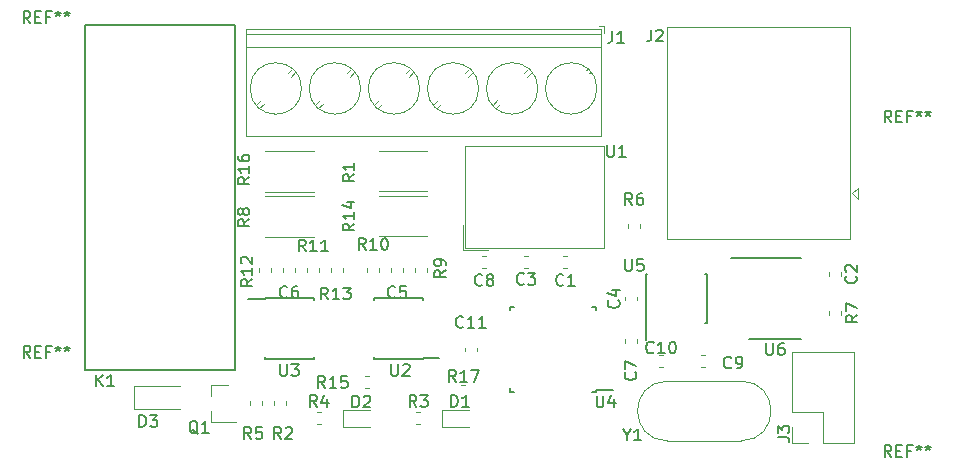
<source format=gbr>
G04 #@! TF.GenerationSoftware,KiCad,Pcbnew,(5.0.0)*
G04 #@! TF.CreationDate,2018-10-13T15:52:45-04:00*
G04 #@! TF.ProjectId,GLVColoumbCounterTest,474C56436F6C6F756D62436F756E7465,rev?*
G04 #@! TF.SameCoordinates,Original*
G04 #@! TF.FileFunction,Legend,Top*
G04 #@! TF.FilePolarity,Positive*
%FSLAX46Y46*%
G04 Gerber Fmt 4.6, Leading zero omitted, Abs format (unit mm)*
G04 Created by KiCad (PCBNEW (5.0.0)) date 10/13/18 15:52:45*
%MOMM*%
%LPD*%
G01*
G04 APERTURE LIST*
%ADD10C,0.150000*%
%ADD11C,0.120000*%
G04 APERTURE END LIST*
D10*
G04 #@! TO.C,K1*
X112522000Y-73406000D02*
X99822000Y-73406000D01*
X112522000Y-44196000D02*
X112522000Y-73406000D01*
X99822000Y-44196000D02*
X112522000Y-44196000D01*
X99822000Y-73406000D02*
X99822000Y-44196000D01*
G04 #@! TO.C,U4*
X143071000Y-75253000D02*
X143071000Y-75028000D01*
X135821000Y-75253000D02*
X135821000Y-74928000D01*
X135821000Y-68003000D02*
X135821000Y-68328000D01*
X143071000Y-68003000D02*
X143071000Y-68328000D01*
X143071000Y-75253000D02*
X142746000Y-75253000D01*
X143071000Y-68003000D02*
X142746000Y-68003000D01*
X135821000Y-68003000D02*
X136146000Y-68003000D01*
X135821000Y-75253000D02*
X136146000Y-75253000D01*
X143071000Y-75028000D02*
X144496000Y-75028000D01*
D11*
G04 #@! TO.C,J2*
X165290000Y-57920000D02*
X164790000Y-58420000D01*
X165290000Y-58920000D02*
X165290000Y-57920000D01*
X164790000Y-58420000D02*
X165290000Y-58920000D01*
X164605000Y-44340000D02*
X149085000Y-44340000D01*
X149085000Y-62300000D02*
X149085000Y-44340000D01*
X149085000Y-62300000D02*
X164605000Y-62300000D01*
X164605000Y-62300000D02*
X164605000Y-44340000D01*
G04 #@! TO.C,C1*
X140324721Y-63752000D02*
X140650279Y-63752000D01*
X140324721Y-64772000D02*
X140650279Y-64772000D01*
G04 #@! TO.C,C2*
X163832000Y-65415279D02*
X163832000Y-65089721D01*
X162812000Y-65415279D02*
X162812000Y-65089721D01*
G04 #@! TO.C,C3*
X137297279Y-63752000D02*
X136971721Y-63752000D01*
X137297279Y-64772000D02*
X136971721Y-64772000D01*
G04 #@! TO.C,C4*
X145540000Y-67472779D02*
X145540000Y-67147221D01*
X146560000Y-67472779D02*
X146560000Y-67147221D01*
G04 #@! TO.C,C5*
X125728000Y-64708721D02*
X125728000Y-65034279D01*
X126748000Y-64708721D02*
X126748000Y-65034279D01*
G04 #@! TO.C,C6*
X117604000Y-64708721D02*
X117604000Y-65034279D01*
X116584000Y-64708721D02*
X116584000Y-65034279D01*
G04 #@! TO.C,C7*
X146560000Y-70728721D02*
X146560000Y-71054279D01*
X145540000Y-70728721D02*
X145540000Y-71054279D01*
G04 #@! TO.C,D1*
X130061500Y-78205000D02*
X132346500Y-78205000D01*
X130061500Y-76735000D02*
X130061500Y-78205000D01*
X132346500Y-76735000D02*
X130061500Y-76735000D01*
G04 #@! TO.C,D2*
X123964500Y-76735000D02*
X121679500Y-76735000D01*
X121679500Y-76735000D02*
X121679500Y-78205000D01*
X121679500Y-78205000D02*
X123964500Y-78205000D01*
G04 #@! TO.C,J1*
X143150000Y-49530000D02*
G75*
G03X143150000Y-49530000I-2180000J0D01*
G01*
X138150000Y-49530000D02*
G75*
G03X138150000Y-49530000I-2180000J0D01*
G01*
X133150000Y-49530000D02*
G75*
G03X133150000Y-49530000I-2180000J0D01*
G01*
X128150000Y-49530000D02*
G75*
G03X128150000Y-49530000I-2180000J0D01*
G01*
X123150000Y-49530000D02*
G75*
G03X123150000Y-49530000I-2180000J0D01*
G01*
X118150000Y-49530000D02*
G75*
G03X118150000Y-49530000I-2180000J0D01*
G01*
X143530000Y-44930000D02*
X113410000Y-44930000D01*
X143530000Y-46030000D02*
X113410000Y-46030000D01*
X143530000Y-53590000D02*
X113410000Y-53590000D01*
X143530000Y-44470000D02*
X113410000Y-44470000D01*
X143530000Y-53590000D02*
X143530000Y-44470000D01*
X113410000Y-53590000D02*
X113410000Y-44470000D01*
X139316000Y-50918000D02*
X139423000Y-50811000D01*
X142252000Y-47983000D02*
X142358000Y-47876000D01*
X139582000Y-51184000D02*
X139689000Y-51077000D01*
X142518000Y-48249000D02*
X142624000Y-48142000D01*
X134316000Y-50918000D02*
X134711000Y-50522000D01*
X136977000Y-48256000D02*
X137357000Y-47876000D01*
X134582000Y-51184000D02*
X134962000Y-50804000D01*
X137228000Y-48538000D02*
X137623000Y-48142000D01*
X129316000Y-50918000D02*
X129711000Y-50522000D01*
X131977000Y-48256000D02*
X132357000Y-47876000D01*
X129582000Y-51184000D02*
X129962000Y-50804000D01*
X132228000Y-48538000D02*
X132623000Y-48142000D01*
X124316000Y-50918000D02*
X124711000Y-50522000D01*
X126977000Y-48256000D02*
X127357000Y-47876000D01*
X124582000Y-51184000D02*
X124962000Y-50804000D01*
X127228000Y-48538000D02*
X127623000Y-48142000D01*
X119316000Y-50918000D02*
X119711000Y-50522000D01*
X121977000Y-48256000D02*
X122357000Y-47876000D01*
X119582000Y-51184000D02*
X119962000Y-50804000D01*
X122228000Y-48538000D02*
X122623000Y-48142000D01*
X114316000Y-50918000D02*
X114711000Y-50522000D01*
X116977000Y-48256000D02*
X117357000Y-47876000D01*
X114582000Y-51184000D02*
X114962000Y-50804000D01*
X117228000Y-48538000D02*
X117623000Y-48142000D01*
X143770000Y-44870000D02*
X143770000Y-44230000D01*
X143770000Y-44230000D02*
X143370000Y-44230000D01*
G04 #@! TO.C,Q1*
X110476000Y-74620000D02*
X110476000Y-75550000D01*
X110476000Y-77780000D02*
X110476000Y-76850000D01*
X110476000Y-77780000D02*
X112636000Y-77780000D01*
X110476000Y-74620000D02*
X111936000Y-74620000D01*
G04 #@! TO.C,R2*
X115822000Y-76011721D02*
X115822000Y-76337279D01*
X116842000Y-76011721D02*
X116842000Y-76337279D01*
G04 #@! TO.C,R3*
X127878721Y-77980000D02*
X128204279Y-77980000D01*
X127878721Y-76960000D02*
X128204279Y-76960000D01*
G04 #@! TO.C,R4*
X119445721Y-76960000D02*
X119771279Y-76960000D01*
X119445721Y-77980000D02*
X119771279Y-77980000D01*
G04 #@! TO.C,R5*
X113790000Y-76337279D02*
X113790000Y-76011721D01*
X114810000Y-76337279D02*
X114810000Y-76011721D01*
G04 #@! TO.C,R6*
X146814000Y-61351279D02*
X146814000Y-61025721D01*
X145794000Y-61351279D02*
X145794000Y-61025721D01*
G04 #@! TO.C,R7*
X163832000Y-68391721D02*
X163832000Y-68717279D01*
X162812000Y-68391721D02*
X162812000Y-68717279D01*
G04 #@! TO.C,R9*
X128780000Y-65034279D02*
X128780000Y-64708721D01*
X127760000Y-65034279D02*
X127760000Y-64708721D01*
G04 #@! TO.C,R10*
X123696000Y-65034279D02*
X123696000Y-64708721D01*
X124716000Y-65034279D02*
X124716000Y-64708721D01*
G04 #@! TO.C,R11*
X118616000Y-65034279D02*
X118616000Y-64708721D01*
X119636000Y-65034279D02*
X119636000Y-64708721D01*
G04 #@! TO.C,R12*
X115572000Y-65034279D02*
X115572000Y-64708721D01*
X114552000Y-65034279D02*
X114552000Y-64708721D01*
G04 #@! TO.C,R13*
X120648000Y-64759721D02*
X120648000Y-65085279D01*
X121668000Y-64759721D02*
X121668000Y-65085279D01*
G04 #@! TO.C,R15*
X123560721Y-73912000D02*
X123886279Y-73912000D01*
X123560721Y-74932000D02*
X123886279Y-74932000D01*
G04 #@! TO.C,R17*
X131688721Y-74674000D02*
X132014279Y-74674000D01*
X131688721Y-75694000D02*
X132014279Y-75694000D01*
G04 #@! TO.C,U1*
X131795000Y-61060000D02*
X131795000Y-63210000D01*
X131795000Y-63210000D02*
X133945000Y-63210000D01*
X131945000Y-54360000D02*
X131945000Y-63060000D01*
X131945000Y-63060000D02*
X143745000Y-63060000D01*
X143745000Y-63060000D02*
X143745000Y-54360000D01*
X143745000Y-54360000D02*
X131945000Y-54360000D01*
D10*
G04 #@! TO.C,U2*
X128407000Y-72375000D02*
X129807000Y-72375000D01*
X128407000Y-67275000D02*
X124257000Y-67275000D01*
X128407000Y-72425000D02*
X124257000Y-72425000D01*
X128407000Y-67275000D02*
X128407000Y-67420000D01*
X124257000Y-67275000D02*
X124257000Y-67420000D01*
X124257000Y-72425000D02*
X124257000Y-72280000D01*
X128407000Y-72425000D02*
X128407000Y-72375000D01*
G04 #@! TO.C,U3*
X115019000Y-67275000D02*
X115019000Y-67325000D01*
X119169000Y-67275000D02*
X119169000Y-67420000D01*
X119169000Y-72425000D02*
X119169000Y-72280000D01*
X115019000Y-72425000D02*
X115019000Y-72280000D01*
X115019000Y-67275000D02*
X119169000Y-67275000D01*
X115019000Y-72425000D02*
X119169000Y-72425000D01*
X115019000Y-67325000D02*
X113619000Y-67325000D01*
G04 #@! TO.C,U5*
X147285000Y-69385000D02*
X147335000Y-69385000D01*
X147285000Y-65235000D02*
X147430000Y-65235000D01*
X152435000Y-65235000D02*
X152290000Y-65235000D01*
X152435000Y-69385000D02*
X152290000Y-69385000D01*
X147285000Y-69385000D02*
X147285000Y-65235000D01*
X152435000Y-69385000D02*
X152435000Y-65235000D01*
X147335000Y-69385000D02*
X147335000Y-70785000D01*
G04 #@! TO.C,U6*
X156017000Y-70760000D02*
X160467000Y-70760000D01*
X154492000Y-63860000D02*
X160467000Y-63860000D01*
D11*
G04 #@! TO.C,C8*
X133441221Y-64772000D02*
X133766779Y-64772000D01*
X133441221Y-63752000D02*
X133766779Y-63752000D01*
G04 #@! TO.C,C9*
X152334279Y-73154000D02*
X152008721Y-73154000D01*
X152334279Y-72134000D02*
X152008721Y-72134000D01*
G04 #@! TO.C,C10*
X148778279Y-72134000D02*
X148452721Y-72134000D01*
X148778279Y-73154000D02*
X148452721Y-73154000D01*
G04 #@! TO.C,C11*
X132971000Y-71465221D02*
X132971000Y-71790779D01*
X131951000Y-71465221D02*
X131951000Y-71790779D01*
G04 #@! TO.C,R1*
X124672936Y-58225000D02*
X128777064Y-58225000D01*
X124672936Y-54805000D02*
X128777064Y-54805000D01*
G04 #@! TO.C,R8*
X115080686Y-62072564D02*
X119184814Y-62072564D01*
X115080686Y-58652564D02*
X119184814Y-58652564D01*
G04 #@! TO.C,R14*
X124672936Y-58615000D02*
X128777064Y-58615000D01*
X124672936Y-62035000D02*
X128777064Y-62035000D01*
G04 #@! TO.C,R16*
X115080686Y-54842564D02*
X119184814Y-54842564D01*
X115080686Y-58262564D02*
X119184814Y-58262564D01*
G04 #@! TO.C,J3*
X164906000Y-79562000D02*
X162306000Y-79562000D01*
X164906000Y-79562000D02*
X164906000Y-71822000D01*
X164906000Y-71822000D02*
X159706000Y-71822000D01*
X159706000Y-76962000D02*
X159706000Y-71822000D01*
X162306000Y-76962000D02*
X159706000Y-76962000D01*
X162306000Y-79562000D02*
X162306000Y-76962000D01*
X159706000Y-79562000D02*
X159706000Y-78232000D01*
X161036000Y-79562000D02*
X159706000Y-79562000D01*
G04 #@! TO.C,D3*
X103922000Y-74692000D02*
X103922000Y-76692000D01*
X103922000Y-76692000D02*
X107822000Y-76692000D01*
X103922000Y-74692000D02*
X107822000Y-74692000D01*
G04 #@! TO.C,Y1*
X155371000Y-79360000D02*
X149121000Y-79360000D01*
X155371000Y-74310000D02*
X149121000Y-74310000D01*
X155371000Y-74310000D02*
G75*
G02X155371000Y-79360000I0J-2525000D01*
G01*
X149121000Y-74310000D02*
G75*
G03X149121000Y-79360000I0J-2525000D01*
G01*
G04 #@! TO.C,REF\002A\002A*
D10*
X168084666Y-52404380D02*
X167751333Y-51928190D01*
X167513238Y-52404380D02*
X167513238Y-51404380D01*
X167894190Y-51404380D01*
X167989428Y-51452000D01*
X168037047Y-51499619D01*
X168084666Y-51594857D01*
X168084666Y-51737714D01*
X168037047Y-51832952D01*
X167989428Y-51880571D01*
X167894190Y-51928190D01*
X167513238Y-51928190D01*
X168513238Y-51880571D02*
X168846571Y-51880571D01*
X168989428Y-52404380D02*
X168513238Y-52404380D01*
X168513238Y-51404380D01*
X168989428Y-51404380D01*
X169751333Y-51880571D02*
X169418000Y-51880571D01*
X169418000Y-52404380D02*
X169418000Y-51404380D01*
X169894190Y-51404380D01*
X170418000Y-51404380D02*
X170418000Y-51642476D01*
X170179904Y-51547238D02*
X170418000Y-51642476D01*
X170656095Y-51547238D01*
X170275142Y-51832952D02*
X170418000Y-51642476D01*
X170560857Y-51832952D01*
X171179904Y-51404380D02*
X171179904Y-51642476D01*
X170941809Y-51547238D02*
X171179904Y-51642476D01*
X171418000Y-51547238D01*
X171037047Y-51832952D02*
X171179904Y-51642476D01*
X171322761Y-51832952D01*
X168084666Y-80725380D02*
X167751333Y-80249190D01*
X167513238Y-80725380D02*
X167513238Y-79725380D01*
X167894190Y-79725380D01*
X167989428Y-79773000D01*
X168037047Y-79820619D01*
X168084666Y-79915857D01*
X168084666Y-80058714D01*
X168037047Y-80153952D01*
X167989428Y-80201571D01*
X167894190Y-80249190D01*
X167513238Y-80249190D01*
X168513238Y-80201571D02*
X168846571Y-80201571D01*
X168989428Y-80725380D02*
X168513238Y-80725380D01*
X168513238Y-79725380D01*
X168989428Y-79725380D01*
X169751333Y-80201571D02*
X169418000Y-80201571D01*
X169418000Y-80725380D02*
X169418000Y-79725380D01*
X169894190Y-79725380D01*
X170418000Y-79725380D02*
X170418000Y-79963476D01*
X170179904Y-79868238D02*
X170418000Y-79963476D01*
X170656095Y-79868238D01*
X170275142Y-80153952D02*
X170418000Y-79963476D01*
X170560857Y-80153952D01*
X171179904Y-79725380D02*
X171179904Y-79963476D01*
X170941809Y-79868238D02*
X171179904Y-79963476D01*
X171418000Y-79868238D01*
X171037047Y-80153952D02*
X171179904Y-79963476D01*
X171322761Y-80153952D01*
X95186666Y-44004380D02*
X94853333Y-43528190D01*
X94615238Y-44004380D02*
X94615238Y-43004380D01*
X94996190Y-43004380D01*
X95091428Y-43052000D01*
X95139047Y-43099619D01*
X95186666Y-43194857D01*
X95186666Y-43337714D01*
X95139047Y-43432952D01*
X95091428Y-43480571D01*
X94996190Y-43528190D01*
X94615238Y-43528190D01*
X95615238Y-43480571D02*
X95948571Y-43480571D01*
X96091428Y-44004380D02*
X95615238Y-44004380D01*
X95615238Y-43004380D01*
X96091428Y-43004380D01*
X96853333Y-43480571D02*
X96520000Y-43480571D01*
X96520000Y-44004380D02*
X96520000Y-43004380D01*
X96996190Y-43004380D01*
X97520000Y-43004380D02*
X97520000Y-43242476D01*
X97281904Y-43147238D02*
X97520000Y-43242476D01*
X97758095Y-43147238D01*
X97377142Y-43432952D02*
X97520000Y-43242476D01*
X97662857Y-43432952D01*
X98281904Y-43004380D02*
X98281904Y-43242476D01*
X98043809Y-43147238D02*
X98281904Y-43242476D01*
X98520000Y-43147238D01*
X98139047Y-43432952D02*
X98281904Y-43242476D01*
X98424761Y-43432952D01*
X95186666Y-72325380D02*
X94853333Y-71849190D01*
X94615238Y-72325380D02*
X94615238Y-71325380D01*
X94996190Y-71325380D01*
X95091428Y-71373000D01*
X95139047Y-71420619D01*
X95186666Y-71515857D01*
X95186666Y-71658714D01*
X95139047Y-71753952D01*
X95091428Y-71801571D01*
X94996190Y-71849190D01*
X94615238Y-71849190D01*
X95615238Y-71801571D02*
X95948571Y-71801571D01*
X96091428Y-72325380D02*
X95615238Y-72325380D01*
X95615238Y-71325380D01*
X96091428Y-71325380D01*
X96853333Y-71801571D02*
X96520000Y-71801571D01*
X96520000Y-72325380D02*
X96520000Y-71325380D01*
X96996190Y-71325380D01*
X97520000Y-71325380D02*
X97520000Y-71563476D01*
X97281904Y-71468238D02*
X97520000Y-71563476D01*
X97758095Y-71468238D01*
X97377142Y-71753952D02*
X97520000Y-71563476D01*
X97662857Y-71753952D01*
X98281904Y-71325380D02*
X98281904Y-71563476D01*
X98043809Y-71468238D02*
X98281904Y-71563476D01*
X98520000Y-71468238D01*
X98139047Y-71753952D02*
X98281904Y-71563476D01*
X98424761Y-71753952D01*
G04 #@! TO.C,K1*
X100734904Y-74747380D02*
X100734904Y-73747380D01*
X101306333Y-74747380D02*
X100877761Y-74175952D01*
X101306333Y-73747380D02*
X100734904Y-74318809D01*
X102258714Y-74747380D02*
X101687285Y-74747380D01*
X101973000Y-74747380D02*
X101973000Y-73747380D01*
X101877761Y-73890238D01*
X101782523Y-73985476D01*
X101687285Y-74033095D01*
G04 #@! TO.C,U4*
X143129095Y-75525380D02*
X143129095Y-76334904D01*
X143176714Y-76430142D01*
X143224333Y-76477761D01*
X143319571Y-76525380D01*
X143510047Y-76525380D01*
X143605285Y-76477761D01*
X143652904Y-76430142D01*
X143700523Y-76334904D01*
X143700523Y-75525380D01*
X144605285Y-75858714D02*
X144605285Y-76525380D01*
X144367190Y-75477761D02*
X144129095Y-76192047D01*
X144748142Y-76192047D01*
G04 #@! TO.C,J2*
X147748666Y-44537380D02*
X147748666Y-45251666D01*
X147701047Y-45394523D01*
X147605809Y-45489761D01*
X147462952Y-45537380D01*
X147367714Y-45537380D01*
X148177238Y-44632619D02*
X148224857Y-44585000D01*
X148320095Y-44537380D01*
X148558190Y-44537380D01*
X148653428Y-44585000D01*
X148701047Y-44632619D01*
X148748666Y-44727857D01*
X148748666Y-44823095D01*
X148701047Y-44965952D01*
X148129619Y-45537380D01*
X148748666Y-45537380D01*
G04 #@! TO.C,C1*
X140320833Y-66143142D02*
X140273214Y-66190761D01*
X140130357Y-66238380D01*
X140035119Y-66238380D01*
X139892261Y-66190761D01*
X139797023Y-66095523D01*
X139749404Y-66000285D01*
X139701785Y-65809809D01*
X139701785Y-65666952D01*
X139749404Y-65476476D01*
X139797023Y-65381238D01*
X139892261Y-65286000D01*
X140035119Y-65238380D01*
X140130357Y-65238380D01*
X140273214Y-65286000D01*
X140320833Y-65333619D01*
X141273214Y-66238380D02*
X140701785Y-66238380D01*
X140987500Y-66238380D02*
X140987500Y-65238380D01*
X140892261Y-65381238D01*
X140797023Y-65476476D01*
X140701785Y-65524095D01*
G04 #@! TO.C,C2*
X165076142Y-65419166D02*
X165123761Y-65466785D01*
X165171380Y-65609642D01*
X165171380Y-65704880D01*
X165123761Y-65847738D01*
X165028523Y-65942976D01*
X164933285Y-65990595D01*
X164742809Y-66038214D01*
X164599952Y-66038214D01*
X164409476Y-65990595D01*
X164314238Y-65942976D01*
X164219000Y-65847738D01*
X164171380Y-65704880D01*
X164171380Y-65609642D01*
X164219000Y-65466785D01*
X164266619Y-65419166D01*
X164266619Y-65038214D02*
X164219000Y-64990595D01*
X164171380Y-64895357D01*
X164171380Y-64657261D01*
X164219000Y-64562023D01*
X164266619Y-64514404D01*
X164361857Y-64466785D01*
X164457095Y-64466785D01*
X164599952Y-64514404D01*
X165171380Y-65085833D01*
X165171380Y-64466785D01*
G04 #@! TO.C,C3*
X136967833Y-66049142D02*
X136920214Y-66096761D01*
X136777357Y-66144380D01*
X136682119Y-66144380D01*
X136539261Y-66096761D01*
X136444023Y-66001523D01*
X136396404Y-65906285D01*
X136348785Y-65715809D01*
X136348785Y-65572952D01*
X136396404Y-65382476D01*
X136444023Y-65287238D01*
X136539261Y-65192000D01*
X136682119Y-65144380D01*
X136777357Y-65144380D01*
X136920214Y-65192000D01*
X136967833Y-65239619D01*
X137301166Y-65144380D02*
X137920214Y-65144380D01*
X137586880Y-65525333D01*
X137729738Y-65525333D01*
X137824976Y-65572952D01*
X137872595Y-65620571D01*
X137920214Y-65715809D01*
X137920214Y-65953904D01*
X137872595Y-66049142D01*
X137824976Y-66096761D01*
X137729738Y-66144380D01*
X137444023Y-66144380D01*
X137348785Y-66096761D01*
X137301166Y-66049142D01*
G04 #@! TO.C,C4*
X144977142Y-67476666D02*
X145024761Y-67524285D01*
X145072380Y-67667142D01*
X145072380Y-67762380D01*
X145024761Y-67905238D01*
X144929523Y-68000476D01*
X144834285Y-68048095D01*
X144643809Y-68095714D01*
X144500952Y-68095714D01*
X144310476Y-68048095D01*
X144215238Y-68000476D01*
X144120000Y-67905238D01*
X144072380Y-67762380D01*
X144072380Y-67667142D01*
X144120000Y-67524285D01*
X144167619Y-67476666D01*
X144405714Y-66619523D02*
X145072380Y-66619523D01*
X144024761Y-66857619D02*
X144739047Y-67095714D01*
X144739047Y-66476666D01*
G04 #@! TO.C,C5*
X126071333Y-67159142D02*
X126023714Y-67206761D01*
X125880857Y-67254380D01*
X125785619Y-67254380D01*
X125642761Y-67206761D01*
X125547523Y-67111523D01*
X125499904Y-67016285D01*
X125452285Y-66825809D01*
X125452285Y-66682952D01*
X125499904Y-66492476D01*
X125547523Y-66397238D01*
X125642761Y-66302000D01*
X125785619Y-66254380D01*
X125880857Y-66254380D01*
X126023714Y-66302000D01*
X126071333Y-66349619D01*
X126976095Y-66254380D02*
X126499904Y-66254380D01*
X126452285Y-66730571D01*
X126499904Y-66682952D01*
X126595142Y-66635333D01*
X126833238Y-66635333D01*
X126928476Y-66682952D01*
X126976095Y-66730571D01*
X127023714Y-66825809D01*
X127023714Y-67063904D01*
X126976095Y-67159142D01*
X126928476Y-67206761D01*
X126833238Y-67254380D01*
X126595142Y-67254380D01*
X126499904Y-67206761D01*
X126452285Y-67159142D01*
G04 #@! TO.C,C6*
X116927333Y-67159142D02*
X116879714Y-67206761D01*
X116736857Y-67254380D01*
X116641619Y-67254380D01*
X116498761Y-67206761D01*
X116403523Y-67111523D01*
X116355904Y-67016285D01*
X116308285Y-66825809D01*
X116308285Y-66682952D01*
X116355904Y-66492476D01*
X116403523Y-66397238D01*
X116498761Y-66302000D01*
X116641619Y-66254380D01*
X116736857Y-66254380D01*
X116879714Y-66302000D01*
X116927333Y-66349619D01*
X117784476Y-66254380D02*
X117594000Y-66254380D01*
X117498761Y-66302000D01*
X117451142Y-66349619D01*
X117355904Y-66492476D01*
X117308285Y-66682952D01*
X117308285Y-67063904D01*
X117355904Y-67159142D01*
X117403523Y-67206761D01*
X117498761Y-67254380D01*
X117689238Y-67254380D01*
X117784476Y-67206761D01*
X117832095Y-67159142D01*
X117879714Y-67063904D01*
X117879714Y-66825809D01*
X117832095Y-66730571D01*
X117784476Y-66682952D01*
X117689238Y-66635333D01*
X117498761Y-66635333D01*
X117403523Y-66682952D01*
X117355904Y-66730571D01*
X117308285Y-66825809D01*
G04 #@! TO.C,C7*
X146407142Y-73572666D02*
X146454761Y-73620285D01*
X146502380Y-73763142D01*
X146502380Y-73858380D01*
X146454761Y-74001238D01*
X146359523Y-74096476D01*
X146264285Y-74144095D01*
X146073809Y-74191714D01*
X145930952Y-74191714D01*
X145740476Y-74144095D01*
X145645238Y-74096476D01*
X145550000Y-74001238D01*
X145502380Y-73858380D01*
X145502380Y-73763142D01*
X145550000Y-73620285D01*
X145597619Y-73572666D01*
X145502380Y-73239333D02*
X145502380Y-72572666D01*
X146502380Y-73001238D01*
G04 #@! TO.C,D1*
X130808404Y-76492380D02*
X130808404Y-75492380D01*
X131046500Y-75492380D01*
X131189357Y-75540000D01*
X131284595Y-75635238D01*
X131332214Y-75730476D01*
X131379833Y-75920952D01*
X131379833Y-76063809D01*
X131332214Y-76254285D01*
X131284595Y-76349523D01*
X131189357Y-76444761D01*
X131046500Y-76492380D01*
X130808404Y-76492380D01*
X132332214Y-76492380D02*
X131760785Y-76492380D01*
X132046500Y-76492380D02*
X132046500Y-75492380D01*
X131951261Y-75635238D01*
X131856023Y-75730476D01*
X131760785Y-75778095D01*
G04 #@! TO.C,D2*
X122451904Y-76525380D02*
X122451904Y-75525380D01*
X122690000Y-75525380D01*
X122832857Y-75573000D01*
X122928095Y-75668238D01*
X122975714Y-75763476D01*
X123023333Y-75953952D01*
X123023333Y-76096809D01*
X122975714Y-76287285D01*
X122928095Y-76382523D01*
X122832857Y-76477761D01*
X122690000Y-76525380D01*
X122451904Y-76525380D01*
X123404285Y-75620619D02*
X123451904Y-75573000D01*
X123547142Y-75525380D01*
X123785238Y-75525380D01*
X123880476Y-75573000D01*
X123928095Y-75620619D01*
X123975714Y-75715857D01*
X123975714Y-75811095D01*
X123928095Y-75953952D01*
X123356666Y-76525380D01*
X123975714Y-76525380D01*
G04 #@! TO.C,J1*
X144446666Y-44664380D02*
X144446666Y-45378666D01*
X144399047Y-45521523D01*
X144303809Y-45616761D01*
X144160952Y-45664380D01*
X144065714Y-45664380D01*
X145446666Y-45664380D02*
X144875238Y-45664380D01*
X145160952Y-45664380D02*
X145160952Y-44664380D01*
X145065714Y-44807238D01*
X144970476Y-44902476D01*
X144875238Y-44950095D01*
G04 #@! TO.C,Q1*
X109378761Y-78779619D02*
X109283523Y-78732000D01*
X109188285Y-78636761D01*
X109045428Y-78493904D01*
X108950190Y-78446285D01*
X108854952Y-78446285D01*
X108902571Y-78684380D02*
X108807333Y-78636761D01*
X108712095Y-78541523D01*
X108664476Y-78351047D01*
X108664476Y-78017714D01*
X108712095Y-77827238D01*
X108807333Y-77732000D01*
X108902571Y-77684380D01*
X109093047Y-77684380D01*
X109188285Y-77732000D01*
X109283523Y-77827238D01*
X109331142Y-78017714D01*
X109331142Y-78351047D01*
X109283523Y-78541523D01*
X109188285Y-78636761D01*
X109093047Y-78684380D01*
X108902571Y-78684380D01*
X110283523Y-78684380D02*
X109712095Y-78684380D01*
X109997809Y-78684380D02*
X109997809Y-77684380D01*
X109902571Y-77827238D01*
X109807333Y-77922476D01*
X109712095Y-77970095D01*
G04 #@! TO.C,R2*
X116419333Y-79192380D02*
X116086000Y-78716190D01*
X115847904Y-79192380D02*
X115847904Y-78192380D01*
X116228857Y-78192380D01*
X116324095Y-78240000D01*
X116371714Y-78287619D01*
X116419333Y-78382857D01*
X116419333Y-78525714D01*
X116371714Y-78620952D01*
X116324095Y-78668571D01*
X116228857Y-78716190D01*
X115847904Y-78716190D01*
X116800285Y-78287619D02*
X116847904Y-78240000D01*
X116943142Y-78192380D01*
X117181238Y-78192380D01*
X117276476Y-78240000D01*
X117324095Y-78287619D01*
X117371714Y-78382857D01*
X117371714Y-78478095D01*
X117324095Y-78620952D01*
X116752666Y-79192380D01*
X117371714Y-79192380D01*
G04 #@! TO.C,R3*
X127874833Y-76492380D02*
X127541500Y-76016190D01*
X127303404Y-76492380D02*
X127303404Y-75492380D01*
X127684357Y-75492380D01*
X127779595Y-75540000D01*
X127827214Y-75587619D01*
X127874833Y-75682857D01*
X127874833Y-75825714D01*
X127827214Y-75920952D01*
X127779595Y-75968571D01*
X127684357Y-76016190D01*
X127303404Y-76016190D01*
X128208166Y-75492380D02*
X128827214Y-75492380D01*
X128493880Y-75873333D01*
X128636738Y-75873333D01*
X128731976Y-75920952D01*
X128779595Y-75968571D01*
X128827214Y-76063809D01*
X128827214Y-76301904D01*
X128779595Y-76397142D01*
X128731976Y-76444761D01*
X128636738Y-76492380D01*
X128351023Y-76492380D01*
X128255785Y-76444761D01*
X128208166Y-76397142D01*
G04 #@! TO.C,R4*
X119441833Y-76492380D02*
X119108500Y-76016190D01*
X118870404Y-76492380D02*
X118870404Y-75492380D01*
X119251357Y-75492380D01*
X119346595Y-75540000D01*
X119394214Y-75587619D01*
X119441833Y-75682857D01*
X119441833Y-75825714D01*
X119394214Y-75920952D01*
X119346595Y-75968571D01*
X119251357Y-76016190D01*
X118870404Y-76016190D01*
X120298976Y-75825714D02*
X120298976Y-76492380D01*
X120060880Y-75444761D02*
X119822785Y-76159047D01*
X120441833Y-76159047D01*
G04 #@! TO.C,R5*
X113879333Y-79192380D02*
X113546000Y-78716190D01*
X113307904Y-79192380D02*
X113307904Y-78192380D01*
X113688857Y-78192380D01*
X113784095Y-78240000D01*
X113831714Y-78287619D01*
X113879333Y-78382857D01*
X113879333Y-78525714D01*
X113831714Y-78620952D01*
X113784095Y-78668571D01*
X113688857Y-78716190D01*
X113307904Y-78716190D01*
X114784095Y-78192380D02*
X114307904Y-78192380D01*
X114260285Y-78668571D01*
X114307904Y-78620952D01*
X114403142Y-78573333D01*
X114641238Y-78573333D01*
X114736476Y-78620952D01*
X114784095Y-78668571D01*
X114831714Y-78763809D01*
X114831714Y-79001904D01*
X114784095Y-79097142D01*
X114736476Y-79144761D01*
X114641238Y-79192380D01*
X114403142Y-79192380D01*
X114307904Y-79144761D01*
X114260285Y-79097142D01*
G04 #@! TO.C,R6*
X146137333Y-59380380D02*
X145804000Y-58904190D01*
X145565904Y-59380380D02*
X145565904Y-58380380D01*
X145946857Y-58380380D01*
X146042095Y-58428000D01*
X146089714Y-58475619D01*
X146137333Y-58570857D01*
X146137333Y-58713714D01*
X146089714Y-58808952D01*
X146042095Y-58856571D01*
X145946857Y-58904190D01*
X145565904Y-58904190D01*
X146994476Y-58380380D02*
X146804000Y-58380380D01*
X146708761Y-58428000D01*
X146661142Y-58475619D01*
X146565904Y-58618476D01*
X146518285Y-58808952D01*
X146518285Y-59189904D01*
X146565904Y-59285142D01*
X146613523Y-59332761D01*
X146708761Y-59380380D01*
X146899238Y-59380380D01*
X146994476Y-59332761D01*
X147042095Y-59285142D01*
X147089714Y-59189904D01*
X147089714Y-58951809D01*
X147042095Y-58856571D01*
X146994476Y-58808952D01*
X146899238Y-58761333D01*
X146708761Y-58761333D01*
X146613523Y-58808952D01*
X146565904Y-58856571D01*
X146518285Y-58951809D01*
G04 #@! TO.C,R7*
X165204380Y-68721166D02*
X164728190Y-69054500D01*
X165204380Y-69292595D02*
X164204380Y-69292595D01*
X164204380Y-68911642D01*
X164252000Y-68816404D01*
X164299619Y-68768785D01*
X164394857Y-68721166D01*
X164537714Y-68721166D01*
X164632952Y-68768785D01*
X164680571Y-68816404D01*
X164728190Y-68911642D01*
X164728190Y-69292595D01*
X164204380Y-68387833D02*
X164204380Y-67721166D01*
X165204380Y-68149738D01*
G04 #@! TO.C,R9*
X130373380Y-64936666D02*
X129897190Y-65270000D01*
X130373380Y-65508095D02*
X129373380Y-65508095D01*
X129373380Y-65127142D01*
X129421000Y-65031904D01*
X129468619Y-64984285D01*
X129563857Y-64936666D01*
X129706714Y-64936666D01*
X129801952Y-64984285D01*
X129849571Y-65031904D01*
X129897190Y-65127142D01*
X129897190Y-65508095D01*
X130373380Y-64460476D02*
X130373380Y-64270000D01*
X130325761Y-64174761D01*
X130278142Y-64127142D01*
X130135285Y-64031904D01*
X129944809Y-63984285D01*
X129563857Y-63984285D01*
X129468619Y-64031904D01*
X129421000Y-64079523D01*
X129373380Y-64174761D01*
X129373380Y-64365238D01*
X129421000Y-64460476D01*
X129468619Y-64508095D01*
X129563857Y-64555714D01*
X129801952Y-64555714D01*
X129897190Y-64508095D01*
X129944809Y-64460476D01*
X129992428Y-64365238D01*
X129992428Y-64174761D01*
X129944809Y-64079523D01*
X129897190Y-64031904D01*
X129801952Y-63984285D01*
G04 #@! TO.C,R10*
X123563142Y-63190380D02*
X123229809Y-62714190D01*
X122991714Y-63190380D02*
X122991714Y-62190380D01*
X123372666Y-62190380D01*
X123467904Y-62238000D01*
X123515523Y-62285619D01*
X123563142Y-62380857D01*
X123563142Y-62523714D01*
X123515523Y-62618952D01*
X123467904Y-62666571D01*
X123372666Y-62714190D01*
X122991714Y-62714190D01*
X124515523Y-63190380D02*
X123944095Y-63190380D01*
X124229809Y-63190380D02*
X124229809Y-62190380D01*
X124134571Y-62333238D01*
X124039333Y-62428476D01*
X123944095Y-62476095D01*
X125134571Y-62190380D02*
X125229809Y-62190380D01*
X125325047Y-62238000D01*
X125372666Y-62285619D01*
X125420285Y-62380857D01*
X125467904Y-62571333D01*
X125467904Y-62809428D01*
X125420285Y-62999904D01*
X125372666Y-63095142D01*
X125325047Y-63142761D01*
X125229809Y-63190380D01*
X125134571Y-63190380D01*
X125039333Y-63142761D01*
X124991714Y-63095142D01*
X124944095Y-62999904D01*
X124896476Y-62809428D01*
X124896476Y-62571333D01*
X124944095Y-62380857D01*
X124991714Y-62285619D01*
X125039333Y-62238000D01*
X125134571Y-62190380D01*
G04 #@! TO.C,R11*
X118483142Y-63317380D02*
X118149809Y-62841190D01*
X117911714Y-63317380D02*
X117911714Y-62317380D01*
X118292666Y-62317380D01*
X118387904Y-62365000D01*
X118435523Y-62412619D01*
X118483142Y-62507857D01*
X118483142Y-62650714D01*
X118435523Y-62745952D01*
X118387904Y-62793571D01*
X118292666Y-62841190D01*
X117911714Y-62841190D01*
X119435523Y-63317380D02*
X118864095Y-63317380D01*
X119149809Y-63317380D02*
X119149809Y-62317380D01*
X119054571Y-62460238D01*
X118959333Y-62555476D01*
X118864095Y-62603095D01*
X120387904Y-63317380D02*
X119816476Y-63317380D01*
X120102190Y-63317380D02*
X120102190Y-62317380D01*
X120006952Y-62460238D01*
X119911714Y-62555476D01*
X119816476Y-62603095D01*
G04 #@! TO.C,R12*
X113990380Y-65666857D02*
X113514190Y-66000190D01*
X113990380Y-66238285D02*
X112990380Y-66238285D01*
X112990380Y-65857333D01*
X113038000Y-65762095D01*
X113085619Y-65714476D01*
X113180857Y-65666857D01*
X113323714Y-65666857D01*
X113418952Y-65714476D01*
X113466571Y-65762095D01*
X113514190Y-65857333D01*
X113514190Y-66238285D01*
X113990380Y-64714476D02*
X113990380Y-65285904D01*
X113990380Y-65000190D02*
X112990380Y-65000190D01*
X113133238Y-65095428D01*
X113228476Y-65190666D01*
X113276095Y-65285904D01*
X113085619Y-64333523D02*
X113038000Y-64285904D01*
X112990380Y-64190666D01*
X112990380Y-63952571D01*
X113038000Y-63857333D01*
X113085619Y-63809714D01*
X113180857Y-63762095D01*
X113276095Y-63762095D01*
X113418952Y-63809714D01*
X113990380Y-64381142D01*
X113990380Y-63762095D01*
G04 #@! TO.C,R13*
X120388142Y-67381380D02*
X120054809Y-66905190D01*
X119816714Y-67381380D02*
X119816714Y-66381380D01*
X120197666Y-66381380D01*
X120292904Y-66429000D01*
X120340523Y-66476619D01*
X120388142Y-66571857D01*
X120388142Y-66714714D01*
X120340523Y-66809952D01*
X120292904Y-66857571D01*
X120197666Y-66905190D01*
X119816714Y-66905190D01*
X121340523Y-67381380D02*
X120769095Y-67381380D01*
X121054809Y-67381380D02*
X121054809Y-66381380D01*
X120959571Y-66524238D01*
X120864333Y-66619476D01*
X120769095Y-66667095D01*
X121673857Y-66381380D02*
X122292904Y-66381380D01*
X121959571Y-66762333D01*
X122102428Y-66762333D01*
X122197666Y-66809952D01*
X122245285Y-66857571D01*
X122292904Y-66952809D01*
X122292904Y-67190904D01*
X122245285Y-67286142D01*
X122197666Y-67333761D01*
X122102428Y-67381380D01*
X121816714Y-67381380D01*
X121721476Y-67333761D01*
X121673857Y-67286142D01*
G04 #@! TO.C,R15*
X120134142Y-74874380D02*
X119800809Y-74398190D01*
X119562714Y-74874380D02*
X119562714Y-73874380D01*
X119943666Y-73874380D01*
X120038904Y-73922000D01*
X120086523Y-73969619D01*
X120134142Y-74064857D01*
X120134142Y-74207714D01*
X120086523Y-74302952D01*
X120038904Y-74350571D01*
X119943666Y-74398190D01*
X119562714Y-74398190D01*
X121086523Y-74874380D02*
X120515095Y-74874380D01*
X120800809Y-74874380D02*
X120800809Y-73874380D01*
X120705571Y-74017238D01*
X120610333Y-74112476D01*
X120515095Y-74160095D01*
X121991285Y-73874380D02*
X121515095Y-73874380D01*
X121467476Y-74350571D01*
X121515095Y-74302952D01*
X121610333Y-74255333D01*
X121848428Y-74255333D01*
X121943666Y-74302952D01*
X121991285Y-74350571D01*
X122038904Y-74445809D01*
X122038904Y-74683904D01*
X121991285Y-74779142D01*
X121943666Y-74826761D01*
X121848428Y-74874380D01*
X121610333Y-74874380D01*
X121515095Y-74826761D01*
X121467476Y-74779142D01*
G04 #@! TO.C,R17*
X131208642Y-74366380D02*
X130875309Y-73890190D01*
X130637214Y-74366380D02*
X130637214Y-73366380D01*
X131018166Y-73366380D01*
X131113404Y-73414000D01*
X131161023Y-73461619D01*
X131208642Y-73556857D01*
X131208642Y-73699714D01*
X131161023Y-73794952D01*
X131113404Y-73842571D01*
X131018166Y-73890190D01*
X130637214Y-73890190D01*
X132161023Y-74366380D02*
X131589595Y-74366380D01*
X131875309Y-74366380D02*
X131875309Y-73366380D01*
X131780071Y-73509238D01*
X131684833Y-73604476D01*
X131589595Y-73652095D01*
X132494357Y-73366380D02*
X133161023Y-73366380D01*
X132732452Y-74366380D01*
G04 #@! TO.C,U1*
X144018095Y-54316380D02*
X144018095Y-55125904D01*
X144065714Y-55221142D01*
X144113333Y-55268761D01*
X144208571Y-55316380D01*
X144399047Y-55316380D01*
X144494285Y-55268761D01*
X144541904Y-55221142D01*
X144589523Y-55125904D01*
X144589523Y-54316380D01*
X145589523Y-55316380D02*
X145018095Y-55316380D01*
X145303809Y-55316380D02*
X145303809Y-54316380D01*
X145208571Y-54459238D01*
X145113333Y-54554476D01*
X145018095Y-54602095D01*
G04 #@! TO.C,U2*
X125730095Y-72858380D02*
X125730095Y-73667904D01*
X125777714Y-73763142D01*
X125825333Y-73810761D01*
X125920571Y-73858380D01*
X126111047Y-73858380D01*
X126206285Y-73810761D01*
X126253904Y-73763142D01*
X126301523Y-73667904D01*
X126301523Y-72858380D01*
X126730095Y-72953619D02*
X126777714Y-72906000D01*
X126872952Y-72858380D01*
X127111047Y-72858380D01*
X127206285Y-72906000D01*
X127253904Y-72953619D01*
X127301523Y-73048857D01*
X127301523Y-73144095D01*
X127253904Y-73286952D01*
X126682476Y-73858380D01*
X127301523Y-73858380D01*
G04 #@! TO.C,U3*
X116332095Y-72858380D02*
X116332095Y-73667904D01*
X116379714Y-73763142D01*
X116427333Y-73810761D01*
X116522571Y-73858380D01*
X116713047Y-73858380D01*
X116808285Y-73810761D01*
X116855904Y-73763142D01*
X116903523Y-73667904D01*
X116903523Y-72858380D01*
X117284476Y-72858380D02*
X117903523Y-72858380D01*
X117570190Y-73239333D01*
X117713047Y-73239333D01*
X117808285Y-73286952D01*
X117855904Y-73334571D01*
X117903523Y-73429809D01*
X117903523Y-73667904D01*
X117855904Y-73763142D01*
X117808285Y-73810761D01*
X117713047Y-73858380D01*
X117427333Y-73858380D01*
X117332095Y-73810761D01*
X117284476Y-73763142D01*
G04 #@! TO.C,U5*
X145542095Y-63968380D02*
X145542095Y-64777904D01*
X145589714Y-64873142D01*
X145637333Y-64920761D01*
X145732571Y-64968380D01*
X145923047Y-64968380D01*
X146018285Y-64920761D01*
X146065904Y-64873142D01*
X146113523Y-64777904D01*
X146113523Y-63968380D01*
X147065904Y-63968380D02*
X146589714Y-63968380D01*
X146542095Y-64444571D01*
X146589714Y-64396952D01*
X146684952Y-64349333D01*
X146923047Y-64349333D01*
X147018285Y-64396952D01*
X147065904Y-64444571D01*
X147113523Y-64539809D01*
X147113523Y-64777904D01*
X147065904Y-64873142D01*
X147018285Y-64920761D01*
X146923047Y-64968380D01*
X146684952Y-64968380D01*
X146589714Y-64920761D01*
X146542095Y-64873142D01*
G04 #@! TO.C,U6*
X157480095Y-71080380D02*
X157480095Y-71889904D01*
X157527714Y-71985142D01*
X157575333Y-72032761D01*
X157670571Y-72080380D01*
X157861047Y-72080380D01*
X157956285Y-72032761D01*
X158003904Y-71985142D01*
X158051523Y-71889904D01*
X158051523Y-71080380D01*
X158956285Y-71080380D02*
X158765809Y-71080380D01*
X158670571Y-71128000D01*
X158622952Y-71175619D01*
X158527714Y-71318476D01*
X158480095Y-71508952D01*
X158480095Y-71889904D01*
X158527714Y-71985142D01*
X158575333Y-72032761D01*
X158670571Y-72080380D01*
X158861047Y-72080380D01*
X158956285Y-72032761D01*
X159003904Y-71985142D01*
X159051523Y-71889904D01*
X159051523Y-71651809D01*
X159003904Y-71556571D01*
X158956285Y-71508952D01*
X158861047Y-71461333D01*
X158670571Y-71461333D01*
X158575333Y-71508952D01*
X158527714Y-71556571D01*
X158480095Y-71651809D01*
G04 #@! TO.C,C8*
X133437333Y-66143142D02*
X133389714Y-66190761D01*
X133246857Y-66238380D01*
X133151619Y-66238380D01*
X133008761Y-66190761D01*
X132913523Y-66095523D01*
X132865904Y-66000285D01*
X132818285Y-65809809D01*
X132818285Y-65666952D01*
X132865904Y-65476476D01*
X132913523Y-65381238D01*
X133008761Y-65286000D01*
X133151619Y-65238380D01*
X133246857Y-65238380D01*
X133389714Y-65286000D01*
X133437333Y-65333619D01*
X134008761Y-65666952D02*
X133913523Y-65619333D01*
X133865904Y-65571714D01*
X133818285Y-65476476D01*
X133818285Y-65428857D01*
X133865904Y-65333619D01*
X133913523Y-65286000D01*
X134008761Y-65238380D01*
X134199238Y-65238380D01*
X134294476Y-65286000D01*
X134342095Y-65333619D01*
X134389714Y-65428857D01*
X134389714Y-65476476D01*
X134342095Y-65571714D01*
X134294476Y-65619333D01*
X134199238Y-65666952D01*
X134008761Y-65666952D01*
X133913523Y-65714571D01*
X133865904Y-65762190D01*
X133818285Y-65857428D01*
X133818285Y-66047904D01*
X133865904Y-66143142D01*
X133913523Y-66190761D01*
X134008761Y-66238380D01*
X134199238Y-66238380D01*
X134294476Y-66190761D01*
X134342095Y-66143142D01*
X134389714Y-66047904D01*
X134389714Y-65857428D01*
X134342095Y-65762190D01*
X134294476Y-65714571D01*
X134199238Y-65666952D01*
G04 #@! TO.C,C9*
X154519333Y-73128142D02*
X154471714Y-73175761D01*
X154328857Y-73223380D01*
X154233619Y-73223380D01*
X154090761Y-73175761D01*
X153995523Y-73080523D01*
X153947904Y-72985285D01*
X153900285Y-72794809D01*
X153900285Y-72651952D01*
X153947904Y-72461476D01*
X153995523Y-72366238D01*
X154090761Y-72271000D01*
X154233619Y-72223380D01*
X154328857Y-72223380D01*
X154471714Y-72271000D01*
X154519333Y-72318619D01*
X154995523Y-73223380D02*
X155186000Y-73223380D01*
X155281238Y-73175761D01*
X155328857Y-73128142D01*
X155424095Y-72985285D01*
X155471714Y-72794809D01*
X155471714Y-72413857D01*
X155424095Y-72318619D01*
X155376476Y-72271000D01*
X155281238Y-72223380D01*
X155090761Y-72223380D01*
X154995523Y-72271000D01*
X154947904Y-72318619D01*
X154900285Y-72413857D01*
X154900285Y-72651952D01*
X154947904Y-72747190D01*
X154995523Y-72794809D01*
X155090761Y-72842428D01*
X155281238Y-72842428D01*
X155376476Y-72794809D01*
X155424095Y-72747190D01*
X155471714Y-72651952D01*
G04 #@! TO.C,C10*
X147947142Y-71858142D02*
X147899523Y-71905761D01*
X147756666Y-71953380D01*
X147661428Y-71953380D01*
X147518571Y-71905761D01*
X147423333Y-71810523D01*
X147375714Y-71715285D01*
X147328095Y-71524809D01*
X147328095Y-71381952D01*
X147375714Y-71191476D01*
X147423333Y-71096238D01*
X147518571Y-71001000D01*
X147661428Y-70953380D01*
X147756666Y-70953380D01*
X147899523Y-71001000D01*
X147947142Y-71048619D01*
X148899523Y-71953380D02*
X148328095Y-71953380D01*
X148613809Y-71953380D02*
X148613809Y-70953380D01*
X148518571Y-71096238D01*
X148423333Y-71191476D01*
X148328095Y-71239095D01*
X149518571Y-70953380D02*
X149613809Y-70953380D01*
X149709047Y-71001000D01*
X149756666Y-71048619D01*
X149804285Y-71143857D01*
X149851904Y-71334333D01*
X149851904Y-71572428D01*
X149804285Y-71762904D01*
X149756666Y-71858142D01*
X149709047Y-71905761D01*
X149613809Y-71953380D01*
X149518571Y-71953380D01*
X149423333Y-71905761D01*
X149375714Y-71858142D01*
X149328095Y-71762904D01*
X149280476Y-71572428D01*
X149280476Y-71334333D01*
X149328095Y-71143857D01*
X149375714Y-71048619D01*
X149423333Y-71001000D01*
X149518571Y-70953380D01*
G04 #@! TO.C,C11*
X131818142Y-69699142D02*
X131770523Y-69746761D01*
X131627666Y-69794380D01*
X131532428Y-69794380D01*
X131389571Y-69746761D01*
X131294333Y-69651523D01*
X131246714Y-69556285D01*
X131199095Y-69365809D01*
X131199095Y-69222952D01*
X131246714Y-69032476D01*
X131294333Y-68937238D01*
X131389571Y-68842000D01*
X131532428Y-68794380D01*
X131627666Y-68794380D01*
X131770523Y-68842000D01*
X131818142Y-68889619D01*
X132770523Y-69794380D02*
X132199095Y-69794380D01*
X132484809Y-69794380D02*
X132484809Y-68794380D01*
X132389571Y-68937238D01*
X132294333Y-69032476D01*
X132199095Y-69080095D01*
X133722904Y-69794380D02*
X133151476Y-69794380D01*
X133437190Y-69794380D02*
X133437190Y-68794380D01*
X133341952Y-68937238D01*
X133246714Y-69032476D01*
X133151476Y-69080095D01*
G04 #@! TO.C,R1*
X122626380Y-56808666D02*
X122150190Y-57142000D01*
X122626380Y-57380095D02*
X121626380Y-57380095D01*
X121626380Y-56999142D01*
X121674000Y-56903904D01*
X121721619Y-56856285D01*
X121816857Y-56808666D01*
X121959714Y-56808666D01*
X122054952Y-56856285D01*
X122102571Y-56903904D01*
X122150190Y-56999142D01*
X122150190Y-57380095D01*
X122626380Y-55856285D02*
X122626380Y-56427714D01*
X122626380Y-56142000D02*
X121626380Y-56142000D01*
X121769238Y-56237238D01*
X121864476Y-56332476D01*
X121912095Y-56427714D01*
G04 #@! TO.C,R8*
X113736380Y-60618666D02*
X113260190Y-60952000D01*
X113736380Y-61190095D02*
X112736380Y-61190095D01*
X112736380Y-60809142D01*
X112784000Y-60713904D01*
X112831619Y-60666285D01*
X112926857Y-60618666D01*
X113069714Y-60618666D01*
X113164952Y-60666285D01*
X113212571Y-60713904D01*
X113260190Y-60809142D01*
X113260190Y-61190095D01*
X113164952Y-60047238D02*
X113117333Y-60142476D01*
X113069714Y-60190095D01*
X112974476Y-60237714D01*
X112926857Y-60237714D01*
X112831619Y-60190095D01*
X112784000Y-60142476D01*
X112736380Y-60047238D01*
X112736380Y-59856761D01*
X112784000Y-59761523D01*
X112831619Y-59713904D01*
X112926857Y-59666285D01*
X112974476Y-59666285D01*
X113069714Y-59713904D01*
X113117333Y-59761523D01*
X113164952Y-59856761D01*
X113164952Y-60047238D01*
X113212571Y-60142476D01*
X113260190Y-60190095D01*
X113355428Y-60237714D01*
X113545904Y-60237714D01*
X113641142Y-60190095D01*
X113688761Y-60142476D01*
X113736380Y-60047238D01*
X113736380Y-59856761D01*
X113688761Y-59761523D01*
X113641142Y-59713904D01*
X113545904Y-59666285D01*
X113355428Y-59666285D01*
X113260190Y-59713904D01*
X113212571Y-59761523D01*
X113164952Y-59856761D01*
G04 #@! TO.C,R14*
X122626380Y-60967857D02*
X122150190Y-61301190D01*
X122626380Y-61539285D02*
X121626380Y-61539285D01*
X121626380Y-61158333D01*
X121674000Y-61063095D01*
X121721619Y-61015476D01*
X121816857Y-60967857D01*
X121959714Y-60967857D01*
X122054952Y-61015476D01*
X122102571Y-61063095D01*
X122150190Y-61158333D01*
X122150190Y-61539285D01*
X122626380Y-60015476D02*
X122626380Y-60586904D01*
X122626380Y-60301190D02*
X121626380Y-60301190D01*
X121769238Y-60396428D01*
X121864476Y-60491666D01*
X121912095Y-60586904D01*
X121959714Y-59158333D02*
X122626380Y-59158333D01*
X121578761Y-59396428D02*
X122293047Y-59634523D01*
X122293047Y-59015476D01*
G04 #@! TO.C,R16*
X113736380Y-57030857D02*
X113260190Y-57364190D01*
X113736380Y-57602285D02*
X112736380Y-57602285D01*
X112736380Y-57221333D01*
X112784000Y-57126095D01*
X112831619Y-57078476D01*
X112926857Y-57030857D01*
X113069714Y-57030857D01*
X113164952Y-57078476D01*
X113212571Y-57126095D01*
X113260190Y-57221333D01*
X113260190Y-57602285D01*
X113736380Y-56078476D02*
X113736380Y-56649904D01*
X113736380Y-56364190D02*
X112736380Y-56364190D01*
X112879238Y-56459428D01*
X112974476Y-56554666D01*
X113022095Y-56649904D01*
X112736380Y-55221333D02*
X112736380Y-55411809D01*
X112784000Y-55507047D01*
X112831619Y-55554666D01*
X112974476Y-55649904D01*
X113164952Y-55697523D01*
X113545904Y-55697523D01*
X113641142Y-55649904D01*
X113688761Y-55602285D01*
X113736380Y-55507047D01*
X113736380Y-55316571D01*
X113688761Y-55221333D01*
X113641142Y-55173714D01*
X113545904Y-55126095D01*
X113307809Y-55126095D01*
X113212571Y-55173714D01*
X113164952Y-55221333D01*
X113117333Y-55316571D01*
X113117333Y-55507047D01*
X113164952Y-55602285D01*
X113212571Y-55649904D01*
X113307809Y-55697523D01*
G04 #@! TO.C,J3*
X158456380Y-79073333D02*
X159170666Y-79073333D01*
X159313523Y-79120952D01*
X159408761Y-79216190D01*
X159456380Y-79359047D01*
X159456380Y-79454285D01*
X158456380Y-78692380D02*
X158456380Y-78073333D01*
X158837333Y-78406666D01*
X158837333Y-78263809D01*
X158884952Y-78168571D01*
X158932571Y-78120952D01*
X159027809Y-78073333D01*
X159265904Y-78073333D01*
X159361142Y-78120952D01*
X159408761Y-78168571D01*
X159456380Y-78263809D01*
X159456380Y-78549523D01*
X159408761Y-78644761D01*
X159361142Y-78692380D01*
G04 #@! TO.C,D3*
X104417904Y-78176380D02*
X104417904Y-77176380D01*
X104656000Y-77176380D01*
X104798857Y-77224000D01*
X104894095Y-77319238D01*
X104941714Y-77414476D01*
X104989333Y-77604952D01*
X104989333Y-77747809D01*
X104941714Y-77938285D01*
X104894095Y-78033523D01*
X104798857Y-78128761D01*
X104656000Y-78176380D01*
X104417904Y-78176380D01*
X105322666Y-77176380D02*
X105941714Y-77176380D01*
X105608380Y-77557333D01*
X105751238Y-77557333D01*
X105846476Y-77604952D01*
X105894095Y-77652571D01*
X105941714Y-77747809D01*
X105941714Y-77985904D01*
X105894095Y-78081142D01*
X105846476Y-78128761D01*
X105751238Y-78176380D01*
X105465523Y-78176380D01*
X105370285Y-78128761D01*
X105322666Y-78081142D01*
G04 #@! TO.C,Y1*
X145700809Y-78843190D02*
X145700809Y-79319380D01*
X145367476Y-78319380D02*
X145700809Y-78843190D01*
X146034142Y-78319380D01*
X146891285Y-79319380D02*
X146319857Y-79319380D01*
X146605571Y-79319380D02*
X146605571Y-78319380D01*
X146510333Y-78462238D01*
X146415095Y-78557476D01*
X146319857Y-78605095D01*
G04 #@! TD*
M02*

</source>
